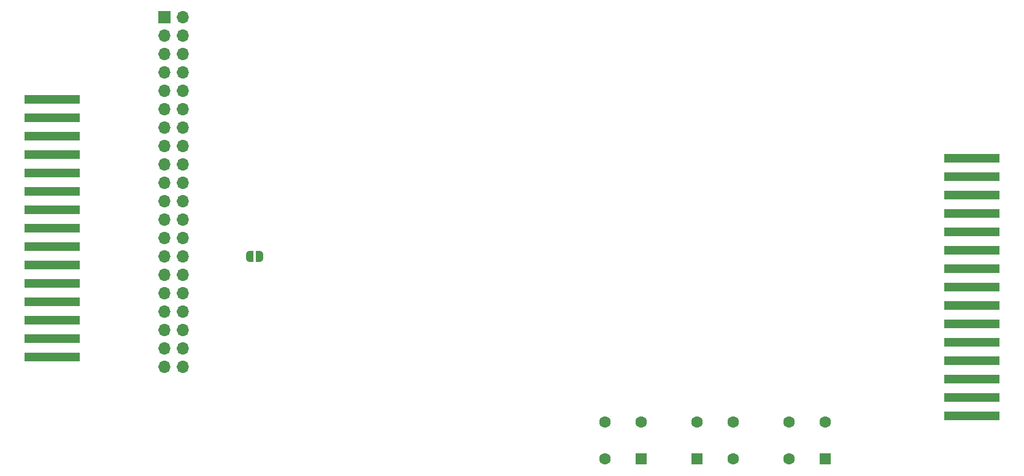
<source format=gts>
G04 #@! TF.GenerationSoftware,KiCad,Pcbnew,(6.0.0)*
G04 #@! TF.CreationDate,2022-11-09T00:44:27-05:00*
G04 #@! TF.ProjectId,Sorcerer Rom Pack to Ribbon,536f7263-6572-4657-9220-526f6d205061,rev?*
G04 #@! TF.SameCoordinates,Original*
G04 #@! TF.FileFunction,Soldermask,Top*
G04 #@! TF.FilePolarity,Negative*
%FSLAX46Y46*%
G04 Gerber Fmt 4.6, Leading zero omitted, Abs format (unit mm)*
G04 Created by KiCad (PCBNEW (6.0.0)) date 2022-11-09 00:44:27*
%MOMM*%
%LPD*%
G01*
G04 APERTURE LIST*
G04 Aperture macros list*
%AMFreePoly0*
4,1,22,0.500000,-0.750000,0.000000,-0.750000,0.000000,-0.745033,-0.079941,-0.743568,-0.215256,-0.701293,-0.333266,-0.622738,-0.424486,-0.514219,-0.481581,-0.384460,-0.499164,-0.250000,-0.500000,-0.250000,-0.500000,0.250000,-0.499164,0.250000,-0.499963,0.256109,-0.478152,0.396186,-0.417904,0.524511,-0.324060,0.630769,-0.204165,0.706417,-0.067858,0.745374,0.000000,0.744959,0.000000,0.750000,
0.500000,0.750000,0.500000,-0.750000,0.500000,-0.750000,$1*%
%AMFreePoly1*
4,1,20,0.000000,0.744959,0.073905,0.744508,0.209726,0.703889,0.328688,0.626782,0.421226,0.519385,0.479903,0.390333,0.500000,0.250000,0.500000,-0.250000,0.499851,-0.262216,0.476331,-0.402017,0.414519,-0.529596,0.319384,-0.634700,0.198574,-0.708877,0.061801,-0.746166,0.000000,-0.745033,0.000000,-0.750000,-0.500000,-0.750000,-0.500000,0.750000,0.000000,0.750000,0.000000,0.744959,
0.000000,0.744959,$1*%
G04 Aperture macros list end*
%ADD10C,1.600000*%
%ADD11R,7.600000X1.270000*%
%ADD12FreePoly0,0.000000*%
%ADD13FreePoly1,0.000000*%
%ADD14R,1.600000X1.600000*%
%ADD15R,1.700000X1.700000*%
%ADD16O,1.700000X1.700000*%
G04 APERTURE END LIST*
D10*
X172720000Y-132080000D03*
X167720000Y-132080000D03*
D11*
X192985000Y-95660000D03*
X192985000Y-98200000D03*
X192985000Y-100740000D03*
X192985000Y-103280000D03*
X192985000Y-105820000D03*
X192985000Y-108360000D03*
X192985000Y-110900000D03*
X192985000Y-113440000D03*
X192985000Y-115980000D03*
X192985000Y-118520000D03*
X192985000Y-121060000D03*
X192985000Y-123600000D03*
X192985000Y-126140000D03*
X192985000Y-128680000D03*
X192985000Y-131220000D03*
D12*
X93330000Y-109220000D03*
D13*
X94630000Y-109220000D03*
D10*
X147320000Y-132080000D03*
X142320000Y-132080000D03*
D14*
X155020000Y-137160000D03*
D10*
X160020000Y-137160000D03*
X155020000Y-132080000D03*
X160020000Y-132080000D03*
D15*
X81534000Y-76200000D03*
D16*
X84074000Y-76200000D03*
X81534000Y-78740000D03*
X84074000Y-78740000D03*
X81534000Y-81280000D03*
X84074000Y-81280000D03*
X81534000Y-83820000D03*
X84074000Y-83820000D03*
X81534000Y-86360000D03*
X84074000Y-86360000D03*
X81534000Y-88900000D03*
X84074000Y-88900000D03*
X81534000Y-91440000D03*
X84074000Y-91440000D03*
X81534000Y-93980000D03*
X84074000Y-93980000D03*
X81534000Y-96520000D03*
X84074000Y-96520000D03*
X81534000Y-99060000D03*
X84074000Y-99060000D03*
X81534000Y-101600000D03*
X84074000Y-101600000D03*
X81534000Y-104140000D03*
X84074000Y-104140000D03*
X81534000Y-106680000D03*
X84074000Y-106680000D03*
X81534000Y-109220000D03*
X84074000Y-109220000D03*
X81534000Y-111760000D03*
X84074000Y-111760000D03*
X81534000Y-114300000D03*
X84074000Y-114300000D03*
X81534000Y-116840000D03*
X84074000Y-116840000D03*
X81534000Y-119380000D03*
X84074000Y-119380000D03*
X81534000Y-121920000D03*
X84074000Y-121920000D03*
X81534000Y-124460000D03*
X84074000Y-124460000D03*
D14*
X147320000Y-137160000D03*
D10*
X142320000Y-137160000D03*
D14*
X172720000Y-137160000D03*
D10*
X167720000Y-137160000D03*
D11*
X66015000Y-123075700D03*
X66015000Y-120535700D03*
X66015000Y-117995700D03*
X66015000Y-115455700D03*
X66015000Y-112915700D03*
X66015000Y-110375700D03*
X66015000Y-107835700D03*
X66015000Y-105295700D03*
X66015000Y-102755700D03*
X66015000Y-100215700D03*
X66015000Y-97675700D03*
X66015000Y-95135700D03*
X66015000Y-92595700D03*
X66015000Y-90055700D03*
X66015000Y-87515700D03*
M02*

</source>
